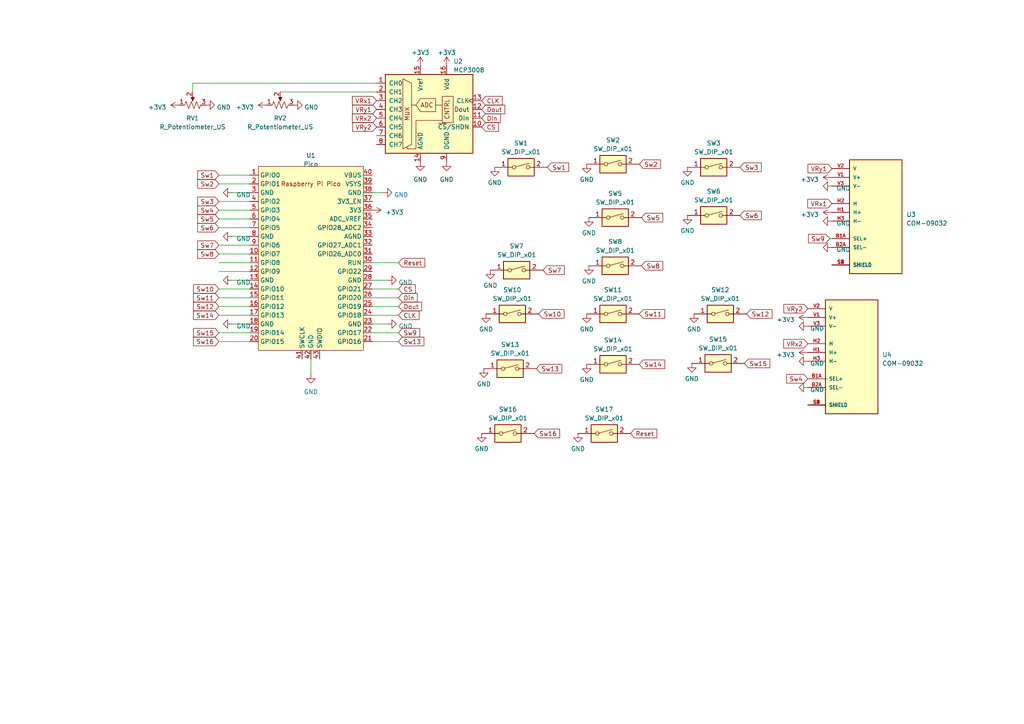
<source format=kicad_sch>
(kicad_sch (version 20230121) (generator eeschema)
  (paper "A4")
  (lib_symbols
    (symbol "Analog_ADC:MCP3008" (pin_names (offset 1.016))
      (property "Reference" "U" (at -5.08 13.335 0))
      (property "Value" "MCP3008" (at -5.08 11.43 0))
      (symbol "MCP3008_0_0"
        (text "ADC" (at -0.635 1.27 0) (effects (font (size 1.27 1.27))))
        (text "CNTRL" (at 5.969 -2.921 900) (effects (font (size 1.27 1.27)) (justify left bottom)))
        (text "MUX" (at -6.35 -1.27 900) (effects (font (size 1.27 1.27))))
      )
      (symbol "MCP3008_0_1"
        (polyline (pts (xy -3.81 1.27) (xy -5.08 1.27)))
        (polyline (pts (xy 1.905 1.27) (xy 3.81 1.27)))
        (polyline (pts (xy -7.62 8.89) (xy -7.62 -11.43) (xy -5.08 -10.16) (xy -5.08 7.62) (xy -7.62 8.89)))
        (polyline (pts (xy 3.81 -3.175) (xy -3.81 -3.175) (xy -3.81 -11.43) (xy -6.35 -11.43) (xy -6.35 -10.795)))
        (polyline (pts (xy 1.905 3.175) (xy 1.905 -0.635) (xy -2.54 -0.635) (xy -3.81 1.27) (xy -2.54 3.175) (xy 1.905 3.175)))
        (rectangle (start 3.81 -3.81) (end 6.985 3.81))
        (rectangle (start 12.7 -12.7) (end -12.7 10.16) (stroke (width 0.254)) (fill (type background)))
      )
      (symbol "MCP3008_1_1"
        (pin input line (at -15.24 7.62 0) (length 2.54) (name "CH0") (number "1"))
        (pin input line (at 15.24 -5.08 180) (length 2.54) (name "~{CS}/SHDN") (number "10"))
        (pin input line (at 15.24 -2.54 180) (length 2.54) (name "Din") (number "11"))
        (pin output line (at 15.24 0 180) (length 2.54) (name "Dout") (number "12"))
        (pin input clock (at 15.24 2.54 180) (length 2.54) (name "CLK") (number "13"))
        (pin power_in line (at -2.54 -15.24 90) (length 2.54) (name "AGND") (number "14"))
        (pin power_in line (at -2.54 12.7 270) (length 2.54) (name "Vref") (number "15"))
        (pin power_in line (at 5.08 12.7 270) (length 2.54) (name "Vdd") (number "16"))
        (pin input line (at -15.24 5.08 0) (length 2.54) (name "CH1") (number "2"))
        (pin input line (at -15.24 2.54 0) (length 2.54) (name "CH2") (number "3"))
        (pin input line (at -15.24 0 0) (length 2.54) (name "CH3") (number "4"))
        (pin input line (at -15.24 -2.54 0) (length 2.54) (name "CH4") (number "5"))
        (pin input line (at -15.24 -5.08 0) (length 2.54) (name "CH5") (number "6"))
        (pin input line (at -15.24 -7.62 0) (length 2.54) (name "CH6") (number "7"))
        (pin input line (at -15.24 -10.16 0) (length 2.54) (name "CH7") (number "8"))
        (pin power_in line (at 5.08 -15.24 90) (length 2.54) (name "DGND") (number "9"))
      )
    )
    (symbol "COM-09032:COM-09032" (pin_names (offset 1.016))
      (property "Reference" "U" (at -7.62 16.002 0))
      (property "Value" "COM-09032" (at -7.62 -20.32 0))
      (symbol "COM-09032_0_0"
        (rectangle (start -7.62 -17.78) (end 7.62 15.24) (stroke (width 0.254)) (fill (type background)))
        (pin passive line (at -12.7 -7.62 0) (length 5.08) (name "SEL+") (number "B1A"))
        (pin passive line (at -12.7 -10.16 0) (length 5.08) (name "SEL-") (number "B2A"))
        (pin passive line (at -12.7 0 0) (length 5.08) (name "H+") (number "H1"))
        (pin passive line (at -12.7 2.54 0) (length 5.08) (name "H") (number "H2"))
        (pin passive line (at -12.7 -2.54 0) (length 5.08) (name "H-") (number "H3"))
        (pin passive line (at -12.7 -15.24 0) (length 5.08) (name "SHIELD") (number "S1"))
        (pin passive line (at -12.7 -15.24 0) (length 5.08) (name "SHIELD") (number "S2"))
        (pin passive line (at -12.7 -15.24 0) (length 5.08) (name "SHIELD") (number "S3"))
        (pin passive line (at -12.7 -15.24 0) (length 5.08) (name "SHIELD") (number "S4"))
        (pin passive line (at -12.7 10.16 0) (length 5.08) (name "V+") (number "V1"))
        (pin passive line (at -12.7 12.7 0) (length 5.08) (name "V") (number "V2"))
        (pin passive line (at -12.7 7.62 0) (length 5.08) (name "V-") (number "V3"))
      )
    )
    (symbol "Device:R_Potentiometer_US" (pin_names (offset 1.016) hide)
      (property "Reference" "RV" (at -4.445 0 90))
      (property "Value" "R_Potentiometer_US" (at -2.54 0 90))
      (symbol "R_Potentiometer_US_0_1"
        (polyline (pts (xy 0 -2.286) (xy 0 -2.54)))
        (polyline (pts (xy 0 2.54) (xy 0 2.286)))
        (polyline (pts (xy 2.54 0) (xy 1.524 0)))
        (polyline (pts (xy 1.143 0) (xy 2.286 0.508) (xy 2.286 -0.508) (xy 1.143 0)) (fill (type outline)))
        (polyline (pts (xy 0 -0.762) (xy 1.016 -1.143) (xy 0 -1.524) (xy -1.016 -1.905) (xy 0 -2.286)))
        (polyline (pts (xy 0 0.762) (xy 1.016 0.381) (xy 0 0) (xy -1.016 -0.381) (xy 0 -0.762)))
        (polyline (pts (xy 0 2.286) (xy 1.016 1.905) (xy 0 1.524) (xy -1.016 1.143) (xy 0 0.762)))
      )
      (symbol "R_Potentiometer_US_1_1"
        (pin passive line (at 0 3.81 270) (length 1.27) (name "1") (number "1"))
        (pin passive line (at 3.81 0 180) (length 1.27) (name "2") (number "2"))
        (pin passive line (at 0 -3.81 90) (length 1.27) (name "3") (number "3"))
      )
    )
    (symbol "MCU_RaspberryPi_and_Boards:Pico"
      (property "Reference" "U" (at -13.97 27.94 0))
      (property "Value" "Pico" (at 0 19.05 0))
      (symbol "Pico_0_0"
        (text "Raspberry Pi Pico" (at 0 21.59 0) (effects (font (size 1.27 1.27))))
      )
      (symbol "Pico_0_1"
        (rectangle (start -15.24 26.67) (end 15.24 -26.67) (fill (type background)))
      )
      (symbol "Pico_1_1"
        (pin bidirectional line (at -17.78 24.13 0) (length 2.54) (name "GPIO0") (number "1"))
        (pin bidirectional line (at -17.78 1.27 0) (length 2.54) (name "GPIO7") (number "10"))
        (pin bidirectional line (at -17.78 -1.27 0) (length 2.54) (name "GPIO8") (number "11"))
        (pin bidirectional line (at -17.78 -3.81 0) (length 2.54) (name "GPIO9") (number "12"))
        (pin power_in line (at -17.78 -6.35 0) (length 2.54) (name "GND") (number "13"))
        (pin bidirectional line (at -17.78 -8.89 0) (length 2.54) (name "GPIO10") (number "14"))
        (pin bidirectional line (at -17.78 -11.43 0) (length 2.54) (name "GPIO11") (number "15"))
        (pin bidirectional line (at -17.78 -13.97 0) (length 2.54) (name "GPIO12") (number "16"))
        (pin bidirectional line (at -17.78 -16.51 0) (length 2.54) (name "GPIO13") (number "17"))
        (pin power_in line (at -17.78 -19.05 0) (length 2.54) (name "GND") (number "18"))
        (pin bidirectional line (at -17.78 -21.59 0) (length 2.54) (name "GPIO14") (number "19"))
        (pin bidirectional line (at -17.78 21.59 0) (length 2.54) (name "GPIO1") (number "2"))
        (pin bidirectional line (at -17.78 -24.13 0) (length 2.54) (name "GPIO15") (number "20"))
        (pin bidirectional line (at 17.78 -24.13 180) (length 2.54) (name "GPIO16") (number "21"))
        (pin bidirectional line (at 17.78 -21.59 180) (length 2.54) (name "GPIO17") (number "22"))
        (pin power_in line (at 17.78 -19.05 180) (length 2.54) (name "GND") (number "23"))
        (pin bidirectional line (at 17.78 -16.51 180) (length 2.54) (name "GPIO18") (number "24"))
        (pin bidirectional line (at 17.78 -13.97 180) (length 2.54) (name "GPIO19") (number "25"))
        (pin bidirectional line (at 17.78 -11.43 180) (length 2.54) (name "GPIO20") (number "26"))
        (pin bidirectional line (at 17.78 -8.89 180) (length 2.54) (name "GPIO21") (number "27"))
        (pin power_in line (at 17.78 -6.35 180) (length 2.54) (name "GND") (number "28"))
        (pin bidirectional line (at 17.78 -3.81 180) (length 2.54) (name "GPIO22") (number "29"))
        (pin power_in line (at -17.78 19.05 0) (length 2.54) (name "GND") (number "3"))
        (pin input line (at 17.78 -1.27 180) (length 2.54) (name "RUN") (number "30"))
        (pin bidirectional line (at 17.78 1.27 180) (length 2.54) (name "GPIO26_ADC0") (number "31"))
        (pin bidirectional line (at 17.78 3.81 180) (length 2.54) (name "GPIO27_ADC1") (number "32"))
        (pin power_in line (at 17.78 6.35 180) (length 2.54) (name "AGND") (number "33"))
        (pin bidirectional line (at 17.78 8.89 180) (length 2.54) (name "GPIO28_ADC2") (number "34"))
        (pin power_in line (at 17.78 11.43 180) (length 2.54) (name "ADC_VREF") (number "35"))
        (pin power_in line (at 17.78 13.97 180) (length 2.54) (name "3V3") (number "36"))
        (pin input line (at 17.78 16.51 180) (length 2.54) (name "3V3_EN") (number "37"))
        (pin bidirectional line (at 17.78 19.05 180) (length 2.54) (name "GND") (number "38"))
        (pin power_in line (at 17.78 21.59 180) (length 2.54) (name "VSYS") (number "39"))
        (pin bidirectional line (at -17.78 16.51 0) (length 2.54) (name "GPIO2") (number "4"))
        (pin power_in line (at 17.78 24.13 180) (length 2.54) (name "VBUS") (number "40"))
        (pin input line (at -2.54 -29.21 90) (length 2.54) (name "SWCLK") (number "41"))
        (pin power_in line (at 0 -29.21 90) (length 2.54) (name "GND") (number "42"))
        (pin bidirectional line (at 2.54 -29.21 90) (length 2.54) (name "SWDIO") (number "43"))
        (pin bidirectional line (at -17.78 13.97 0) (length 2.54) (name "GPIO3") (number "5"))
        (pin bidirectional line (at -17.78 11.43 0) (length 2.54) (name "GPIO4") (number "6"))
        (pin bidirectional line (at -17.78 8.89 0) (length 2.54) (name "GPIO5") (number "7"))
        (pin power_in line (at -17.78 6.35 0) (length 2.54) (name "GND") (number "8"))
        (pin bidirectional line (at -17.78 3.81 0) (length 2.54) (name "GPIO6") (number "9"))
      )
    )
    (symbol "Switch:SW_DIP_x01" (pin_names (offset 0) hide)
      (property "Reference" "SW" (at 0 3.81 0))
      (property "Value" "SW_DIP_x01" (at 0 -3.81 0))
      (symbol "SW_DIP_x01_0_0"
        (circle (center -2.032 0) (radius 0.508))
        (polyline (pts (xy -1.524 0.127) (xy 2.3622 1.1684)))
        (circle (center 2.032 0) (radius 0.508))
      )
      (symbol "SW_DIP_x01_0_1"
        (rectangle (start -3.81 2.54) (end 3.81 -2.54) (stroke (width 0.254)) (fill (type background)))
      )
      (symbol "SW_DIP_x01_1_1"
        (pin passive line (at -7.62 0 0) (length 5.08) (name "~") (number "1"))
        (pin passive line (at 7.62 0 180) (length 5.08) (name "~") (number "2"))
      )
    )
    (symbol "power:+3V3" (power) (pin_names (offset 0))
      (property "Value" "+3V3" (at 0 3.556 0))
      (symbol "+3V3_0_1"
        (polyline (pts (xy -0.762 1.27) (xy 0 2.54)))
        (polyline (pts (xy 0 0) (xy 0 2.54)))
        (polyline (pts (xy 0 2.54) (xy 0.762 1.27)))
      )
      (symbol "+3V3_1_1"
        (pin power_in line (at 0 0 90) (length 0) hide (name "+3V3") (number "1"))
      )
    )
    (symbol "power:GND" (power) (pin_names (offset 0))
      (property "Value" "GND" (at 0 -3.81 0))
      (symbol "GND_0_1"
        (polyline (pts (xy 0 0) (xy 0 -1.27) (xy 1.27 -1.27) (xy 0 -2.54) (xy -1.27 -1.27) (xy 0 -1.27)))
      )
      (symbol "GND_1_1"
        (pin power_in line (at 0 0 270) (length 0) hide (name "GND") (number "1"))
      )
    )
  )
  (wire (pts (xy 107.95 55.88) (xy 111.125 55.88)))
  (wire (pts (xy 63.5 91.44) (xy 72.39 91.44)))
  (wire (pts (xy 67.31 81.28) (xy 72.39 81.28)))
  (wire (pts (xy 234.315 109.855) (xy 240.03 109.855)))
  (wire (pts (xy 107.95 83.82) (xy 115.57 83.82)))
  (wire (pts (xy 107.95 81.28) (xy 112.395 81.28)))
  (wire (pts (xy 63.5 78.74) (xy 72.39 78.74)))
  (wire (pts (xy 63.5 88.9) (xy 72.39 88.9)))
  (wire (pts (xy 63.5 50.8) (xy 72.39 50.8)))
  (wire (pts (xy 67.31 68.58) (xy 72.39 68.58)))
  (wire (pts (xy 107.95 99.06) (xy 115.57 99.06)))
  (wire (pts (xy 63.5 86.36) (xy 72.39 86.36)))
  (wire (pts (xy 55.88 24.13) (xy 109.22 24.13)))
  (wire (pts (xy 63.5 63.5) (xy 72.39 63.5)))
  (wire (pts (xy 90.17 104.14) (xy 90.17 108.585)))
  (wire (pts (xy 107.95 96.52) (xy 115.57 96.52)))
  (wire (pts (xy 63.5 58.42) (xy 72.39 58.42)))
  (wire (pts (xy 55.88 26.67) (xy 55.88 24.13)))
  (wire (pts (xy 81.28 26.67) (xy 109.22 26.67)))
  (wire (pts (xy 67.31 93.98) (xy 72.39 93.98)))
  (wire (pts (xy 63.5 83.82) (xy 72.39 83.82)))
  (wire (pts (xy 63.5 53.34) (xy 72.39 53.34)))
  (wire (pts (xy 63.5 71.12) (xy 72.39 71.12)))
  (wire (pts (xy 63.5 60.96) (xy 72.39 60.96)))
  (wire (pts (xy 240.665 69.215) (xy 241.3 69.215)))
  (wire (pts (xy 63.5 96.52) (xy 72.39 96.52)))
  (wire (pts (xy 115.57 91.44) (xy 107.95 91.44)))
  (wire (pts (xy 67.31 55.88) (xy 72.39 55.88)))
  (wire (pts (xy 63.5 99.06) (xy 72.39 99.06)))
  (wire (pts (xy 63.5 76.2) (xy 72.39 76.2)))
  (wire (pts (xy 107.95 93.98) (xy 112.395 93.98)))
  (wire (pts (xy 107.95 76.2) (xy 115.57 76.2)))
  (wire (pts (xy 107.95 86.36) (xy 115.57 86.36)))
  (wire (pts (xy 107.95 88.9) (xy 115.57 88.9)))
  (wire (pts (xy 63.5 66.04) (xy 72.39 66.04)))
  (wire (pts (xy 63.5 73.66) (xy 72.39 73.66)))
  (global_label "Sw9" (shape input) (at 240.665 69.215 180) (property "Intersheetrefs" "${INTERSHEET_REFS}" (effects hide)))
  (global_label "Sw12" (shape input) (at 63.5 88.9 180) (property "Intersheetrefs" "${INTERSHEET_REFS}" (effects hide)))
  (global_label "Sw4" (shape input) (at 234.315 109.855 180) (property "Intersheetrefs" "${INTERSHEET_REFS}" (effects hide)))
  (global_label "Sw14" (shape input) (at 63.5 91.44 180) (property "Intersheetrefs" "${INTERSHEET_REFS}" (effects hide)))
  (global_label "Sw16" (shape input) (at 154.94 125.73 0) (property "Intersheetrefs" "${INTERSHEET_REFS}" (effects hide)))
  (global_label "CLK" (shape input) (at 115.57 91.44 0) (property "Intersheetrefs" "${INTERSHEET_REFS}" (effects hide)))
  (global_label "Sw3" (shape input) (at 214.63 48.514 0) (property "Intersheetrefs" "${INTERSHEET_REFS}" (effects hide)))
  (global_label "Sw2" (shape input) (at 185.42 47.625 0) (property "Intersheetrefs" "${INTERSHEET_REFS}" (effects hide)))
  (global_label "Sw8" (shape input) (at 186.055 77.089 0) (property "Intersheetrefs" "${INTERSHEET_REFS}" (effects hide)))
  (global_label "Sw13" (shape input) (at 155.575 106.934 0) (property "Intersheetrefs" "${INTERSHEET_REFS}" (effects hide)))
  (global_label "Sw6" (shape input) (at 63.5 66.04 180) (property "Intersheetrefs" "${INTERSHEET_REFS}" (effects hide)))
  (global_label "CLK" (shape input) (at 139.7 29.21 0) (property "Intersheetrefs" "${INTERSHEET_REFS}" (effects hide)))
  (global_label "Din" (shape input) (at 139.7 34.29 0) (property "Intersheetrefs" "${INTERSHEET_REFS}" (effects hide)))
  (global_label "Sw8" (shape input) (at 63.5 73.66 180) (property "Intersheetrefs" "${INTERSHEET_REFS}" (effects hide)))
  (global_label "VRy2" (shape input) (at 234.315 89.535 180) (property "Intersheetrefs" "${INTERSHEET_REFS}" (effects hide)))
  (global_label "Sw9" (shape input) (at 115.57 96.52 0) (property "Intersheetrefs" "${INTERSHEET_REFS}" (effects hide)))
  (global_label "Sw7" (shape input) (at 157.48 78.359 0) (property "Intersheetrefs" "${INTERSHEET_REFS}" (effects hide)))
  (global_label "Sw11" (shape input) (at 185.42 91.059 0) (property "Intersheetrefs" "${INTERSHEET_REFS}" (effects hide)))
  (global_label "VRy1" (shape input) (at 241.3 48.895 180) (property "Intersheetrefs" "${INTERSHEET_REFS}" (effects hide)))
  (global_label "VRx1" (shape input) (at 109.22 29.21 180) (property "Intersheetrefs" "${INTERSHEET_REFS}" (effects hide)))
  (global_label "VRy2" (shape input) (at 109.22 36.83 180) (property "Intersheetrefs" "${INTERSHEET_REFS}" (effects hide)))
  (global_label "Sw15" (shape input) (at 215.9 105.41 0) (property "Intersheetrefs" "${INTERSHEET_REFS}" (effects hide)))
  (global_label "Sw3" (shape input) (at 63.5 58.42 180) (property "Intersheetrefs" "${INTERSHEET_REFS}" (effects hide)))
  (global_label "Sw7" (shape input) (at 63.5 71.12 180) (property "Intersheetrefs" "${INTERSHEET_REFS}" (effects hide)))
  (global_label "VRx1" (shape input) (at 241.3 59.055 180) (property "Intersheetrefs" "${INTERSHEET_REFS}" (effects hide)))
  (global_label "Sw16" (shape input) (at 63.5 99.06 180) (property "Intersheetrefs" "${INTERSHEET_REFS}" (effects hide)))
  (global_label "Sw2" (shape input) (at 63.5 53.34 180) (property "Intersheetrefs" "${INTERSHEET_REFS}" (effects hide)))
  (global_label "Sw1" (shape input) (at 158.75 48.514 0) (property "Intersheetrefs" "${INTERSHEET_REFS}" (effects hide)))
  (global_label "Din" (shape input) (at 115.57 86.36 0) (property "Intersheetrefs" "${INTERSHEET_REFS}" (effects hide)))
  (global_label "CS" (shape input) (at 115.57 83.82 0) (property "Intersheetrefs" "${INTERSHEET_REFS}" (effects hide)))
  (global_label "Sw10" (shape input) (at 63.5 83.82 180) (property "Intersheetrefs" "${INTERSHEET_REFS}" (effects hide)))
  (global_label "Sw11" (shape input) (at 63.5 86.36 180) (property "Intersheetrefs" "${INTERSHEET_REFS}" (effects hide)))
  (global_label "Reset" (shape input) (at 182.88 125.73 0) (property "Intersheetrefs" "${INTERSHEET_REFS}" (effects hide)))
  (global_label "VRx2" (shape input) (at 234.315 99.695 180) (property "Intersheetrefs" "${INTERSHEET_REFS}" (effects hide)))
  (global_label "Sw14" (shape input) (at 185.42 105.664 0) (property "Intersheetrefs" "${INTERSHEET_REFS}" (effects hide)))
  (global_label "VRy1" (shape input) (at 109.22 31.75 180) (property "Intersheetrefs" "${INTERSHEET_REFS}" (effects hide)))
  (global_label "Sw13" (shape input) (at 115.57 99.06 0) (property "Intersheetrefs" "${INTERSHEET_REFS}" (effects hide)))
  (global_label "Dout" (shape input) (at 115.57 88.9 0) (property "Intersheetrefs" "${INTERSHEET_REFS}" (effects hide)))
  (global_label "VRx2" (shape input) (at 109.22 34.29 180) (property "Intersheetrefs" "${INTERSHEET_REFS}" (effects hide)))
  (global_label "Sw6" (shape input) (at 214.63 62.484 0) (property "Intersheetrefs" "${INTERSHEET_REFS}" (effects hide)))
  (global_label "Reset" (shape input) (at 115.57 76.2 0) (property "Intersheetrefs" "${INTERSHEET_REFS}" (effects hide)))
  (global_label "Dout" (shape input) (at 139.7 31.75 0) (property "Intersheetrefs" "${INTERSHEET_REFS}" (effects hide)))
  (global_label "Sw1" (shape input) (at 63.5 50.8 180) (property "Intersheetrefs" "${INTERSHEET_REFS}" (effects hide)))
  (global_label "Sw12" (shape input) (at 216.535 91.059 0) (property "Intersheetrefs" "${INTERSHEET_REFS}" (effects hide)))
  (global_label "Sw10" (shape input) (at 156.21 91.059 0) (property "Intersheetrefs" "${INTERSHEET_REFS}" (effects hide)))
  (global_label "Sw4" (shape input) (at 63.5 60.96 180) (property "Intersheetrefs" "${INTERSHEET_REFS}" (effects hide)))
  (global_label "Sw15" (shape input) (at 63.5 96.52 180) (property "Intersheetrefs" "${INTERSHEET_REFS}" (effects hide)))
  (global_label "CS" (shape input) (at 139.7 36.83 0) (property "Intersheetrefs" "${INTERSHEET_REFS}" (effects hide)))
  (global_label "Sw5" (shape input) (at 63.5 63.5 180) (property "Intersheetrefs" "${INTERSHEET_REFS}" (effects hide)))
  (global_label "Sw5" (shape input) (at 186.055 63.119 0) (property "Intersheetrefs" "${INTERSHEET_REFS}" (effects hide)))
  (symbol (lib_id "Device:R_Potentiometer_US") (at 81.28 30.48 90) (unit 1)
    (property "Reference" "RV2" (at 81.28 34.29 90))
    (property "Value" "R_Potentiometer_US" (at 81.28 36.83 90))
    (property "Footprint" "Potentiometer_THT:Potentiometer_Bourns_PTA4543_Single_Slide" (effects hide))
  )
  (symbol (lib_id "power:GND") (at 241.3 53.975 270) (unit 1)
    (property "Reference" "#PWR033" (effects hide))
    (property "Value" "GND" (at 242.57 54.61 90) (effects (justify left)))
  )
  (symbol (lib_id "power:+3V3") (at 234.315 102.235 90) (mirror x) (unit 1)
    (property "Reference" "#PWR040" (effects hide))
    (property "Value" "+3V3" (at 230.505 102.87 90) (effects (justify left)))
  )
  (symbol (lib_id "power:GND") (at 121.92 46.99 0) (unit 1)
    (property "Reference" "#PWR041" (effects hide))
    (property "Value" "GND" (at 121.92 52.07 0))
  )
  (symbol (lib_id "Switch:SW_DIP_x01") (at 147.955 106.934 0) (unit 1)
    (property "Reference" "SW13" (at 147.955 99.949 0))
    (property "Value" "SW_DIP_x01" (at 147.955 102.489 0))
    (property "Footprint" "Button_Switch_Keyboard:SW_Cherry_MX_1.00u_PCB" (effects hide))
  )
  (symbol (lib_id "power:GND") (at 111.125 55.88 90) (unit 1)
    (property "Reference" "#PWR01" (effects hide))
    (property "Value" "GND" (at 114.3 56.515 90) (effects (justify right)))
  )
  (symbol (lib_id "power:GND") (at 67.31 81.28 270) (unit 1)
    (property "Reference" "#PWR024" (effects hide))
    (property "Value" "GND" (at 68.58 81.915 90) (effects (justify left)))
  )
  (symbol (lib_id "Switch:SW_DIP_x01") (at 177.8 105.664 0) (unit 1)
    (property "Reference" "SW14" (at 177.8 98.679 0))
    (property "Value" "SW_DIP_x01" (at 177.8 101.219 0))
    (property "Footprint" "Button_Switch_Keyboard:SW_Cherry_MX_1.00u_PCB" (effects hide))
  )
  (symbol (lib_id "power:GND") (at 140.97 91.059 0) (unit 1)
    (property "Reference" "#PWR013" (effects hide))
    (property "Value" "GND" (at 140.97 95.504 0))
  )
  (symbol (lib_id "power:GND") (at 170.815 63.119 0) (unit 1)
    (property "Reference" "#PWR08" (effects hide))
    (property "Value" "GND" (at 170.815 67.564 0))
  )
  (symbol (lib_id "power:GND") (at 167.64 125.73 0) (unit 1)
    (property "Reference" "#PWR020" (effects hide))
    (property "Value" "GND" (at 167.64 130.175 0))
  )
  (symbol (lib_id "power:+3V3") (at 234.315 92.075 90) (mirror x) (unit 1)
    (property "Reference" "#PWR039" (effects hide))
    (property "Value" "+3V3" (at 230.505 92.71 90) (effects (justify left)))
  )
  (symbol (lib_id "Switch:SW_DIP_x01") (at 178.435 77.089 0) (unit 1)
    (property "Reference" "SW8" (at 178.435 70.104 0))
    (property "Value" "SW_DIP_x01" (at 178.435 72.644 0))
    (property "Footprint" "Button_Switch_Keyboard:SW_Cherry_MX_1.00u_PCB" (effects hide))
  )
  (symbol (lib_id "power:GND") (at 234.315 112.395 270) (unit 1)
    (property "Reference" "#PWR036" (effects hide))
    (property "Value" "GND" (at 234.95 113.03 90) (effects (justify left)))
  )
  (symbol (lib_id "power:GND") (at 140.335 106.934 0) (unit 1)
    (property "Reference" "#PWR016" (effects hide))
    (property "Value" "GND" (at 140.335 111.379 0))
  )
  (symbol (lib_id "MCU_RaspberryPi_and_Boards:Pico") (at 90.17 74.93 0) (unit 1)
    (property "Reference" "U1" (at 90.17 45.085 0))
    (property "Value" "Pico" (at 90.17 47.625 0))
    (property "Footprint" "MCU_RaspberryPi_and_Boards:RPi_Pico_SMD_TH" (effects hide))
  )
  (symbol (lib_id "Switch:SW_DIP_x01") (at 178.435 63.119 0) (unit 1)
    (property "Reference" "SW5" (at 178.435 56.134 0))
    (property "Value" "SW_DIP_x01" (at 178.435 58.674 0))
    (property "Footprint" "Button_Switch_Keyboard:SW_Cherry_MX_1.00u_PCB" (effects hide))
  )
  (symbol (lib_id "power:+3V3") (at 107.95 60.96 270) (unit 1)
    (property "Reference" "#PWR021" (effects hide))
    (property "Value" "+3V3" (at 111.76 61.595 90) (effects (justify left)))
  )
  (symbol (lib_id "power:GND") (at 241.3 71.755 270) (unit 1)
    (property "Reference" "#PWR031" (effects hide))
    (property "Value" "GND" (at 242.57 72.39 90) (effects (justify left)))
  )
  (symbol (lib_id "power:GND") (at 241.3 64.135 270) (unit 1)
    (property "Reference" "#PWR032" (effects hide))
    (property "Value" "GND" (at 242.57 64.77 90) (effects (justify left)))
  )
  (symbol (lib_id "power:+3V3") (at 129.54 19.05 0) (unit 1)
    (property "Reference" "#PWR012" (effects hide))
    (property "Value" "+3V3" (at 129.54 15.24 0))
  )
  (symbol (lib_id "Switch:SW_DIP_x01") (at 177.8 91.059 0) (unit 1)
    (property "Reference" "SW11" (at 177.8 84.074 0))
    (property "Value" "SW_DIP_x01" (at 177.8 86.614 0))
    (property "Footprint" "Button_Switch_Keyboard:SW_Cherry_MX_1.00u_PCB" (effects hide))
  )
  (symbol (lib_id "power:+3V3") (at 77.47 30.48 90) (mirror x) (unit 1)
    (property "Reference" "#PWR022" (effects hide))
    (property "Value" "+3V3" (at 73.66 31.115 90) (effects (justify left)))
  )
  (symbol (lib_id "Switch:SW_DIP_x01") (at 147.32 125.73 0) (unit 1)
    (property "Reference" "SW16" (at 147.32 118.745 0))
    (property "Value" "SW_DIP_x01" (at 147.32 121.285 0))
    (property "Footprint" "Button_Switch_Keyboard:SW_Cherry_MX_1.00u_PCB" (effects hide))
  )
  (symbol (lib_id "power:GND") (at 170.18 47.625 0) (unit 1)
    (property "Reference" "#PWR05" (effects hide))
    (property "Value" "GND" (at 170.18 52.07 0))
  )
  (symbol (lib_id "power:GND") (at 129.54 46.99 0) (unit 1)
    (property "Reference" "#PWR043" (effects hide))
    (property "Value" "GND" (at 129.54 52.07 0))
  )
  (symbol (lib_id "Switch:SW_DIP_x01") (at 208.28 105.41 0) (unit 1)
    (property "Reference" "SW15" (at 208.28 98.425 0))
    (property "Value" "SW_DIP_x01" (at 208.28 100.965 0))
    (property "Footprint" "Button_Switch_Keyboard:SW_Cherry_MX_1.00u_PCB" (effects hide))
  )
  (symbol (lib_id "power:GND") (at 67.31 55.88 270) (unit 1)
    (property "Reference" "#PWR03" (effects hide))
    (property "Value" "GND" (at 68.58 56.515 90) (effects (justify left)))
  )
  (symbol (lib_id "Switch:SW_DIP_x01") (at 149.86 78.359 0) (unit 1)
    (property "Reference" "SW7" (at 149.86 71.374 0))
    (property "Value" "SW_DIP_x01" (at 149.86 73.914 0))
    (property "Footprint" "Button_Switch_Keyboard:SW_Cherry_MX_1.00u_PCB" (effects hide))
  )
  (symbol (lib_id "power:GND") (at 199.39 48.514 0) (unit 1)
    (property "Reference" "#PWR06" (effects hide))
    (property "Value" "GND" (at 199.39 52.959 0))
  )
  (symbol (lib_id "Switch:SW_DIP_x01") (at 175.26 125.73 0) (unit 1)
    (property "Reference" "SW17" (at 175.26 118.745 0))
    (property "Value" "SW_DIP_x01" (at 175.26 121.285 0))
    (property "Footprint" "Button_Switch_THT:SW_PUSH_6mm" (effects hide))
  )
  (symbol (lib_id "power:GND") (at 85.09 30.48 90) (unit 1)
    (property "Reference" "#PWR029" (effects hide))
    (property "Value" "GND" (at 88.265 31.115 90) (effects (justify right)))
  )
  (symbol (lib_id "Switch:SW_DIP_x01") (at 207.01 62.484 0) (unit 1)
    (property "Reference" "SW6" (at 207.01 55.499 0))
    (property "Value" "SW_DIP_x01" (at 207.01 58.039 0))
    (property "Footprint" "Button_Switch_Keyboard:SW_Cherry_MX_1.00u_PCB" (effects hide))
  )
  (symbol (lib_id "power:GND") (at 170.815 77.089 0) (unit 1)
    (property "Reference" "#PWR011" (effects hide))
    (property "Value" "GND" (at 170.815 81.534 0))
  )
  (symbol (lib_id "Switch:SW_DIP_x01") (at 151.13 48.514 0) (unit 1)
    (property "Reference" "SW1" (at 151.13 41.529 0))
    (property "Value" "SW_DIP_x01" (at 151.13 44.069 0))
    (property "Footprint" "Button_Switch_Keyboard:SW_Cherry_MX_1.00u_PCB" (effects hide))
  )
  (symbol (lib_id "Switch:SW_DIP_x01") (at 207.01 48.514 0) (unit 1)
    (property "Reference" "SW3" (at 207.01 41.529 0))
    (property "Value" "SW_DIP_x01" (at 207.01 44.069 0))
    (property "Footprint" "Button_Switch_Keyboard:SW_Cherry_MX_1.00u_PCB" (effects hide))
  )
  (symbol (lib_id "power:GND") (at 143.51 48.514 0) (unit 1)
    (property "Reference" "#PWR04" (effects hide))
    (property "Value" "GND" (at 143.51 52.959 0))
  )
  (symbol (lib_id "power:GND") (at 234.315 104.775 270) (unit 1)
    (property "Reference" "#PWR035" (effects hide))
    (property "Value" "GND" (at 234.95 105.41 90) (effects (justify left)))
  )
  (symbol (lib_id "power:GND") (at 112.395 81.28 90) (unit 1)
    (property "Reference" "#PWR025" (effects hide))
    (property "Value" "GND" (at 115.57 81.915 90) (effects (justify right)))
  )
  (symbol (lib_id "Analog_ADC:MCP3008") (at 124.46 31.75 0) (unit 1)
    (property "Reference" "U2" (at 131.4959 17.78 0) (effects (justify left)))
    (property "Value" "MCP3008" (at 131.4959 20.32 0) (effects (justify left)))
    (property "Footprint" "Socket:DIP_Socket-16_W4.3_W5.08_W7.62_W10.16_W10.9_3M_216-3340-00-0602J" (effects hide))
    (property "Datasheet" "http://ww1.microchip.com/downloads/en/DeviceDoc/21295d.pdf" (effects hide))
  )
  (symbol (lib_id "power:GND") (at 112.395 93.98 90) (unit 1)
    (property "Reference" "#PWR026" (effects hide))
    (property "Value" "GND" (at 115.57 94.615 90) (effects (justify right)))
  )
  (symbol (lib_id "power:+3V3") (at 241.3 61.595 90) (mirror x) (unit 1)
    (property "Reference" "#PWR038" (effects hide))
    (property "Value" "+3V3" (at 237.49 62.23 90) (effects (justify left)))
  )
  (symbol (lib_id "power:GND") (at 199.39 62.484 0) (unit 1)
    (property "Reference" "#PWR09" (effects hide))
    (property "Value" "GND" (at 199.39 66.929 0))
  )
  (symbol (lib_id "power:GND") (at 170.18 105.664 0) (unit 1)
    (property "Reference" "#PWR017" (effects hide))
    (property "Value" "GND" (at 170.18 110.109 0))
  )
  (symbol (lib_id "power:GND") (at 142.24 78.359 0) (unit 1)
    (property "Reference" "#PWR010" (effects hide))
    (property "Value" "GND" (at 142.24 82.804 0))
  )
  (symbol (lib_id "power:GND") (at 67.31 93.98 270) (unit 1)
    (property "Reference" "#PWR027" (effects hide))
    (property "Value" "GND" (at 68.58 94.615 90) (effects (justify left)))
  )
  (symbol (lib_id "Switch:SW_DIP_x01") (at 177.8 47.625 0) (unit 1)
    (property "Reference" "SW2" (at 177.8 40.64 0))
    (property "Value" "SW_DIP_x01" (at 177.8 43.18 0))
    (property "Footprint" "Button_Switch_Keyboard:SW_Cherry_MX_1.00u_PCB" (effects hide))
  )
  (symbol (lib_id "power:GND") (at 170.18 91.059 0) (unit 1)
    (property "Reference" "#PWR014" (effects hide))
    (property "Value" "GND" (at 170.18 95.504 0))
  )
  (symbol (lib_id "Switch:SW_DIP_x01") (at 208.915 91.059 0) (unit 1)
    (property "Reference" "SW12" (at 208.915 84.074 0))
    (property "Value" "SW_DIP_x01" (at 208.915 86.614 0))
    (property "Footprint" "Button_Switch_Keyboard:SW_Cherry_MX_1.00u_PCB" (effects hide))
  )
  (symbol (lib_id "power:GND") (at 90.17 108.585 0) (unit 1)
    (property "Reference" "#PWR02" (effects hide))
    (property "Value" "GND" (at 90.17 113.665 0))
  )
  (symbol (lib_id "power:GND") (at 201.295 91.059 0) (unit 1)
    (property "Reference" "#PWR015" (effects hide))
    (property "Value" "GND" (at 201.295 95.504 0))
  )
  (symbol (lib_id "power:GND") (at 234.315 94.615 270) (unit 1)
    (property "Reference" "#PWR034" (effects hide))
    (property "Value" "GND" (at 234.95 95.25 90) (effects (justify left)))
  )
  (symbol (lib_id "Switch:SW_DIP_x01") (at 148.59 91.059 0) (unit 1)
    (property "Reference" "SW10" (at 148.59 84.074 0))
    (property "Value" "SW_DIP_x01" (at 148.59 86.614 0))
    (property "Footprint" "Button_Switch_Keyboard:SW_Cherry_MX_1.00u_PCB" (effects hide))
  )
  (symbol (lib_id "power:+3V3") (at 52.07 30.48 90) (mirror x) (unit 1)
    (property "Reference" "#PWR028" (effects hide))
    (property "Value" "+3V3" (at 48.26 31.115 90) (effects (justify left)))
  )
  (symbol (lib_id "COM-09032:COM-09032") (at 247.015 102.235 0) (unit 1)
    (property "Reference" "U4" (at 255.905 102.87 0) (effects (justify left)))
    (property "Value" "COM-09032" (at 255.905 105.41 0) (effects (justify left)))
    (property "Footprint" "COM-09032:XDCR_COM-09032" (effects hide))
    (property "STANDARD" "Manufacturer Recommendations" (effects hide))
    (property "PARTREV" "N/A" (effects hide))
    (property "MANUFACTURER" "SparkFun Electronics" (effects hide))
    (property "MAXIMUM_PACKAGE_HEIGHT" "30.1mm" (effects hide))
  )
  (symbol (lib_id "power:GND") (at 67.31 68.58 270) (unit 1)
    (property "Reference" "#PWR023" (effects hide))
    (property "Value" "GND" (at 68.58 69.215 90) (effects (justify left)))
  )
  (symbol (lib_id "power:+3V3") (at 121.92 19.05 0) (unit 1)
    (property "Reference" "#PWR07" (effects hide))
    (property "Value" "+3V3" (at 121.92 15.24 0))
  )
  (symbol (lib_id "power:GND") (at 59.69 30.48 90) (unit 1)
    (property "Reference" "#PWR030" (effects hide))
    (property "Value" "GND" (at 62.865 31.115 90) (effects (justify right)))
  )
  (symbol (lib_id "power:GND") (at 139.7 125.73 0) (unit 1)
    (property "Reference" "#PWR019" (effects hide))
    (property "Value" "GND" (at 139.7 130.175 0))
  )
  (symbol (lib_id "Device:R_Potentiometer_US") (at 55.88 30.48 90) (unit 1)
    (property "Reference" "RV1" (at 55.88 34.29 90))
    (property "Value" "R_Potentiometer_US" (at 55.88 36.83 90))
    (property "Footprint" "Potentiometer_THT:Potentiometer_Bourns_PTA4543_Single_Slide" (effects hide))
  )
  (symbol (lib_id "power:GND") (at 200.66 105.41 0) (unit 1)
    (property "Reference" "#PWR018" (effects hide))
    (property "Value" "GND" (at 200.66 109.855 0))
  )
  (symbol (lib_id "power:+3V3") (at 241.3 51.435 90) (mirror x) (unit 1)
    (property "Reference" "#PWR037" (effects hide))
    (property "Value" "+3V3" (at 237.49 52.07 90) (effects (justify left)))
  )
  (symbol (lib_id "COM-09032:COM-09032") (at 254 61.595 0) (unit 1)
    (property "Reference" "U3" (at 262.89 62.23 0) (effects (justify left)))
    (property "Value" "COM-09032" (at 262.89 64.77 0) (effects (justify left)))
    (property "Footprint" "COM-09032:XDCR_COM-09032" (effects hide))
    (property "STANDARD" "Manufacturer Recommendations" (effects hide))
    (property "PARTREV" "N/A" (effects hide))
    (property "MANUFACTURER" "SparkFun Electronics" (effects hide))
    (property "MAXIMUM_PACKAGE_HEIGHT" "30.1mm" (effects hide))
  )
)
</source>
